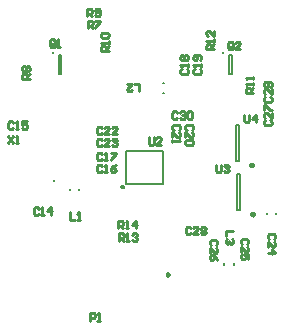
<source format=gto>
%FSTAX25Y25*%
%MOIN*%
%SFA1B1*%

%IPPOS*%
%ADD10C,0.004920*%
%ADD11C,0.009840*%
%ADD12C,0.007870*%
%ADD13C,0.003940*%
%ADD14C,0.010000*%
%ADD15C,0.005000*%
%LNdigit-1*%
%LPD*%
G54D10*
X0019341Y0054232D02*
D01*
X001934Y0054249*
X0019338Y0054266*
X0019335Y0054283*
X0019331Y0054299*
X0019326Y0054316*
X0019319Y0054332*
X0019312Y0054347*
X0019303Y0054362*
X0019294Y0054376*
X0019283Y005439*
X0019271Y0054402*
X0019259Y0054414*
X0019246Y0054425*
X0019232Y0054435*
X0019218Y0054445*
X0019202Y0054453*
X0019187Y005446*
X0019171Y0054465*
X0019154Y005447*
X0019137Y0054474*
X001912Y0054476*
X0019103Y0054477*
X0019086*
X0019069Y0054476*
X0019052Y0054474*
X0019035Y005447*
X0019018Y0054465*
X0019002Y005446*
X0018987Y0054453*
X0018972Y0054445*
X0018957Y0054435*
X0018943Y0054425*
X001893Y0054414*
X0018918Y0054402*
X0018906Y005439*
X0018895Y0054376*
X0018886Y0054362*
X0018877Y0054347*
X001887Y0054332*
X0018863Y0054316*
X0018858Y0054299*
X0018854Y0054283*
X0018851Y0054266*
X0018849Y0054249*
X0018849Y0054232*
X0018849Y0054214*
X0018851Y0054197*
X0018854Y005418*
X0018858Y0054164*
X0018863Y0054147*
X001887Y0054131*
X0018877Y0054116*
X0018886Y0054101*
X0018895Y0054087*
X0018906Y0054073*
X0018918Y0054061*
X001893Y0054049*
X0018943Y0054038*
X0018957Y0054028*
X0018972Y0054018*
X0018987Y005401*
X0019002Y0054003*
X0019018Y0053998*
X0019035Y0053993*
X0019052Y0053989*
X0019069Y0053987*
X0019086Y0053986*
X0019103*
X001912Y0053987*
X0019137Y0053989*
X0019154Y0053993*
X0019171Y0053998*
X0019187Y0054003*
X0019202Y005401*
X0019218Y0054018*
X0019232Y0054028*
X0019246Y0054038*
X0019259Y0054049*
X0019271Y0054061*
X0019283Y0054073*
X0019294Y0054087*
X0019303Y0054101*
X0019312Y0054116*
X0019319Y0054131*
X0019326Y0054147*
X0019331Y0054164*
X0019335Y005418*
X0019338Y0054197*
X001934Y0054214*
X0019341Y0054232*
G54D11*
X0085532Y0059449D02*
D01*
X008553Y0059483*
X0085527Y0059517*
X0085521Y0059551*
X0085512Y0059584*
X0085502Y0059617*
X0085489Y0059649*
X0085474Y0059679*
X0085457Y0059709*
X0085438Y0059738*
X0085416Y0059765*
X0085393Y005979*
X0085369Y0059814*
X0085342Y0059836*
X0085315Y0059856*
X0085286Y0059875*
X0085255Y0059891*
X0085224Y0059905*
X0085192Y0059916*
X0085159Y0059926*
X0085125Y0059933*
X0085091Y0059938*
X0085057Y005994*
X0085022*
X0084988Y0059938*
X0084954Y0059933*
X008492Y0059926*
X0084887Y0059916*
X0084855Y0059905*
X0084824Y0059891*
X0084794Y0059875*
X0084764Y0059856*
X0084737Y0059836*
X008471Y0059814*
X0084686Y005979*
X0084663Y0059765*
X0084641Y0059738*
X0084622Y0059709*
X0084605Y0059679*
X008459Y0059649*
X0084577Y0059617*
X0084567Y0059584*
X0084558Y0059551*
X0084552Y0059517*
X0084549Y0059483*
X0084548Y0059449*
X0084549Y0059414*
X0084552Y005938*
X0084558Y0059346*
X0084567Y0059313*
X0084577Y005928*
X008459Y0059248*
X0084605Y0059218*
X0084622Y0059188*
X0084641Y0059159*
X0084663Y0059132*
X0084686Y0059107*
X008471Y0059083*
X0084737Y0059061*
X0084764Y0059041*
X0084794Y0059022*
X0084824Y0059006*
X0084855Y0058992*
X0084887Y0058981*
X008492Y0058971*
X0084954Y0058964*
X0084988Y0058959*
X0085022Y0058957*
X0085057*
X0085091Y0058959*
X0085125Y0058964*
X0085159Y0058971*
X0085192Y0058981*
X0085224Y0058992*
X0085255Y0059006*
X0085286Y0059022*
X0085315Y0059041*
X0085342Y0059061*
X0085369Y0059083*
X0085393Y0059107*
X0085416Y0059132*
X0085438Y0059159*
X0085457Y0059188*
X0085474Y0059218*
X0085489Y0059248*
X0085502Y005928*
X0085512Y0059313*
X0085521Y0059346*
X0085527Y005938*
X008553Y0059414*
X0085532Y0059449*
X0085925Y004311D02*
D01*
X0085923Y0043144*
X008592Y0043178*
X0085914Y0043212*
X0085905Y0043245*
X0085895Y0043278*
X0085882Y004331*
X0085867Y004334*
X008585Y004337*
X0085831Y0043399*
X0085809Y0043426*
X0085786Y0043451*
X0085762Y0043475*
X0085735Y0043497*
X0085708Y0043517*
X0085679Y0043536*
X0085648Y0043552*
X0085617Y0043566*
X0085585Y0043577*
X0085552Y0043587*
X0085518Y0043594*
X0085484Y0043599*
X008545Y0043601*
X0085415*
X0085381Y0043599*
X0085347Y0043594*
X0085313Y0043587*
X008528Y0043577*
X0085248Y0043566*
X0085217Y0043552*
X0085187Y0043536*
X0085157Y0043517*
X008513Y0043497*
X0085103Y0043475*
X0085079Y0043451*
X0085056Y0043426*
X0085034Y0043399*
X0085015Y004337*
X0084998Y004334*
X0084983Y004331*
X008497Y0043278*
X008496Y0043245*
X0084951Y0043212*
X0084945Y0043178*
X0084942Y0043144*
X0084941Y004311*
X0084942Y0043075*
X0084945Y0043041*
X0084951Y0043007*
X008496Y0042974*
X008497Y0042941*
X0084983Y0042909*
X0084998Y0042879*
X0085015Y0042849*
X0085034Y004282*
X0085056Y0042793*
X0085079Y0042768*
X0085103Y0042744*
X008513Y0042722*
X0085157Y0042702*
X0085187Y0042683*
X0085217Y0042667*
X0085248Y0042653*
X008528Y0042642*
X0085313Y0042632*
X0085347Y0042625*
X0085381Y004262*
X0085415Y0042618*
X008545*
X0085484Y004262*
X0085518Y0042625*
X0085552Y0042632*
X0085585Y0042642*
X0085617Y0042653*
X0085648Y0042667*
X0085679Y0042683*
X0085708Y0042702*
X0085735Y0042722*
X0085762Y0042744*
X0085786Y0042768*
X0085809Y0042793*
X0085831Y004282*
X008585Y0042849*
X0085867Y0042879*
X0085882Y0042909*
X0085895Y0042941*
X0085905Y0042974*
X0085914Y0043007*
X008592Y0043041*
X0085923Y0043075*
X0085925Y004311*
G54D12*
X0042421Y0052165D02*
D01*
X004242Y0052192*
X0042417Y0052219*
X0042412Y0052246*
X0042405Y0052273*
X0042397Y0052299*
X0042386Y0052325*
X0042374Y0052349*
X0042361Y0052373*
X0042345Y0052396*
X0042328Y0052418*
X004231Y0052438*
X004229Y0052457*
X0042269Y0052475*
X0042247Y0052491*
X0042224Y0052506*
X0042199Y0052519*
X0042174Y005253*
X0042148Y0052539*
X0042122Y0052547*
X0042095Y0052553*
X0042068Y0052556*
X004204Y0052558*
X0042013*
X0041985Y0052556*
X0041958Y0052553*
X0041931Y0052547*
X0041905Y0052539*
X0041879Y005253*
X0041854Y0052519*
X004183Y0052506*
X0041806Y0052491*
X0041784Y0052475*
X0041763Y0052457*
X0041743Y0052438*
X0041725Y0052418*
X0041708Y0052396*
X0041692Y0052373*
X0041679Y0052349*
X0041667Y0052325*
X0041656Y0052299*
X0041648Y0052273*
X0041641Y0052246*
X0041636Y0052219*
X0041633Y0052192*
X0041633Y0052165*
X0041633Y0052137*
X0041636Y005211*
X0041641Y0052083*
X0041648Y0052056*
X0041656Y005203*
X0041667Y0052004*
X0041679Y005198*
X0041692Y0051956*
X0041708Y0051933*
X0041725Y0051911*
X0041743Y0051891*
X0041763Y0051872*
X0041784Y0051854*
X0041806Y0051838*
X004183Y0051823*
X0041854Y005181*
X0041879Y0051799*
X0041905Y005179*
X0041931Y0051782*
X0041958Y0051776*
X0041985Y0051773*
X0042013Y0051771*
X004204*
X0042068Y0051773*
X0042095Y0051776*
X0042122Y0051782*
X0042148Y005179*
X0042174Y0051799*
X0042199Y005181*
X0042224Y0051823*
X0042247Y0051838*
X0042269Y0051854*
X004229Y0051872*
X004231Y0051891*
X0042328Y0051911*
X0042345Y0051933*
X0042361Y0051956*
X0042374Y005198*
X0042386Y0052004*
X0042397Y005203*
X0042405Y0052056*
X0042412Y0052083*
X0042417Y005211*
X004242Y0052137*
X0042421Y0052165*
X0079134Y002628D02*
Y0026673D01*
X0075984Y002628D02*
Y0026673D01*
X0055413Y0086713D02*
X0055807D01*
X0055413Y0083563D02*
X0055807D01*
X0024508Y0051181D02*
Y0051575D01*
X0027657Y0051181D02*
Y0051575D01*
X0079724Y0060827D02*
X0080905D01*
X0079724Y0072638D02*
X0080905D01*
Y0060827D02*
Y0072638D01*
X0079724Y0060827D02*
Y0072638D01*
X0080118Y0044488D02*
X0081299D01*
X0080118Y0056299D02*
X0081299D01*
Y0044488D02*
Y0056299D01*
X0080118Y0044488D02*
Y0056299D01*
X0077543Y0096063D02*
X0078362D01*
X0077543Y0089764D02*
X0078362D01*
X0077543D02*
Y0096063D01*
X0078362Y0089764D02*
Y0096063D01*
X002085D02*
X0021669D01*
X002085Y0089764D02*
X0021669D01*
X002085D02*
Y0096063D01*
X0021669Y0089764D02*
Y0096063D01*
X0093307Y004311D02*
Y0043504D01*
X0090158Y004311D02*
Y0043504D01*
G54D13*
X0075492Y0097047D02*
D01*
X0075491Y009706*
X007549Y0097074*
X0075487Y0097087*
X0075484Y0097101*
X007548Y0097114*
X0075474Y0097127*
X0075468Y0097139*
X0075462Y0097151*
X0075454Y0097162*
X0075445Y0097173*
X0075436Y0097183*
X0075426Y0097193*
X0075416Y0097202*
X0075405Y009721*
X0075393Y0097217*
X0075381Y0097224*
X0075368Y0097229*
X0075355Y0097234*
X0075342Y0097238*
X0075329Y0097241*
X0075315Y0097242*
X0075301Y0097243*
X0075288*
X0075274Y0097242*
X007526Y0097241*
X0075247Y0097238*
X0075234Y0097234*
X0075221Y0097229*
X0075208Y0097224*
X0075196Y0097217*
X0075184Y009721*
X0075173Y0097202*
X0075163Y0097193*
X0075153Y0097183*
X0075144Y0097173*
X0075135Y0097162*
X0075127Y0097151*
X0075121Y0097139*
X0075115Y0097127*
X0075109Y0097114*
X0075105Y0097101*
X0075102Y0097087*
X0075099Y0097074*
X0075098Y009706*
X0075098Y0097047*
X0075098Y0097033*
X0075099Y0097019*
X0075102Y0097006*
X0075105Y0096992*
X0075109Y0096979*
X0075115Y0096966*
X0075121Y0096954*
X0075127Y0096942*
X0075135Y0096931*
X0075144Y009692*
X0075153Y009691*
X0075163Y00969*
X0075173Y0096891*
X0075184Y0096883*
X0075196Y0096876*
X0075208Y0096869*
X0075221Y0096864*
X0075234Y0096859*
X0075247Y0096855*
X007526Y0096852*
X0075274Y0096851*
X0075288Y009685*
X0075301*
X0075315Y0096851*
X0075329Y0096852*
X0075342Y0096855*
X0075355Y0096859*
X0075368Y0096864*
X0075381Y0096869*
X0075393Y0096876*
X0075405Y0096883*
X0075416Y0096891*
X0075426Y00969*
X0075436Y009691*
X0075445Y009692*
X0075454Y0096931*
X0075462Y0096942*
X0075468Y0096954*
X0075474Y0096966*
X007548Y0096979*
X0075484Y0096992*
X0075487Y0097006*
X007549Y0097019*
X0075491Y0097033*
X0075492Y0097047*
X0018799D02*
D01*
X0018798Y009706*
X0018797Y0097074*
X0018794Y0097087*
X0018791Y0097101*
X0018787Y0097114*
X0018781Y0097127*
X0018775Y0097139*
X0018769Y0097151*
X0018761Y0097162*
X0018752Y0097173*
X0018743Y0097183*
X0018733Y0097193*
X0018723Y0097202*
X0018712Y009721*
X00187Y0097217*
X0018688Y0097224*
X0018675Y0097229*
X0018662Y0097234*
X0018649Y0097238*
X0018636Y0097241*
X0018622Y0097242*
X0018608Y0097243*
X0018595*
X0018581Y0097242*
X0018567Y0097241*
X0018554Y0097238*
X0018541Y0097234*
X0018528Y0097229*
X0018515Y0097224*
X0018503Y0097217*
X0018491Y009721*
X001848Y0097202*
X001847Y0097193*
X001846Y0097183*
X0018451Y0097173*
X0018442Y0097162*
X0018434Y0097151*
X0018428Y0097139*
X0018422Y0097127*
X0018416Y0097114*
X0018412Y0097101*
X0018409Y0097087*
X0018406Y0097074*
X0018405Y009706*
X0018405Y0097047*
X0018405Y0097033*
X0018406Y0097019*
X0018409Y0097006*
X0018412Y0096992*
X0018416Y0096979*
X0018422Y0096966*
X0018428Y0096954*
X0018434Y0096942*
X0018442Y0096931*
X0018451Y009692*
X001846Y009691*
X001847Y00969*
X001848Y0096891*
X0018491Y0096883*
X0018503Y0096876*
X0018515Y0096869*
X0018528Y0096864*
X0018541Y0096859*
X0018554Y0096855*
X0018567Y0096852*
X0018581Y0096851*
X0018595Y009685*
X0018608*
X0018622Y0096851*
X0018636Y0096852*
X0018649Y0096855*
X0018662Y0096859*
X0018675Y0096864*
X0018688Y0096869*
X00187Y0096876*
X0018712Y0096883*
X0018723Y0096891*
X0018733Y00969*
X0018743Y009691*
X0018752Y009692*
X0018761Y0096931*
X0018769Y0096942*
X0018775Y0096954*
X0018781Y0096966*
X0018787Y0096979*
X0018791Y0096992*
X0018794Y0097006*
X0018797Y0097019*
X0018798Y0097033*
X0018799Y0097047*
G54D14*
X005748Y0022933D02*
D01*
X0057479Y002296*
X0057476Y0022987*
X0057471Y0023014*
X0057464Y0023041*
X0057456Y0023067*
X0057445Y0023093*
X0057433Y0023117*
X005742Y0023141*
X0057404Y0023164*
X0057387Y0023186*
X0057369Y0023206*
X0057349Y0023225*
X0057328Y0023243*
X0057306Y0023259*
X0057283Y0023274*
X0057258Y0023287*
X0057233Y0023298*
X0057207Y0023307*
X0057181Y0023315*
X0057154Y0023321*
X0057127Y0023324*
X0057099Y0023326*
X0057072*
X0057044Y0023324*
X0057017Y0023321*
X005699Y0023315*
X0056964Y0023307*
X0056938Y0023298*
X0056913Y0023287*
X0056889Y0023274*
X0056865Y0023259*
X0056843Y0023243*
X0056822Y0023225*
X0056802Y0023206*
X0056784Y0023186*
X0056767Y0023164*
X0056751Y0023141*
X0056738Y0023117*
X0056726Y0023093*
X0056715Y0023067*
X0056707Y0023041*
X00567Y0023014*
X0056695Y0022987*
X0056692Y002296*
X0056692Y0022933*
X0056692Y0022905*
X0056695Y0022878*
X00567Y0022851*
X0056707Y0022824*
X0056715Y0022798*
X0056726Y0022772*
X0056738Y0022748*
X0056751Y0022724*
X0056767Y0022701*
X0056784Y0022679*
X0056802Y0022659*
X0056822Y002264*
X0056843Y0022622*
X0056865Y0022606*
X0056889Y0022591*
X0056913Y0022578*
X0056938Y0022567*
X0056964Y0022558*
X005699Y002255*
X0057017Y0022544*
X0057044Y0022541*
X0057072Y0022539*
X0057099*
X0057127Y0022541*
X0057154Y0022544*
X0057181Y002255*
X0057207Y0022558*
X0057233Y0022567*
X0057258Y0022578*
X0057283Y0022591*
X0057306Y0022606*
X0057328Y0022622*
X0057349Y002264*
X0057369Y0022659*
X0057387Y0022679*
X0057404Y0022701*
X005742Y0022724*
X0057433Y0022748*
X0057445Y0022772*
X0057456Y0022798*
X0057464Y0022824*
X0057471Y0022851*
X0057476Y0022878*
X0057479Y0022905*
X005748Y0022933*
X0083458Y003298D02*
X0083875Y0033396D01*
Y0034229*
X0083458Y0034646*
X0081792*
X0081375Y0034229*
Y0033396*
X0081792Y003298*
X0081375Y003048D02*
Y0032146D01*
X0083042Y003048*
X0083458*
X0083875Y0030897*
Y003173*
X0083458Y0032146*
X0083875Y0027981D02*
Y0029647D01*
X0082625*
X0083042Y0028814*
Y0028398*
X0082625Y0027981*
X0081792*
X0081375Y0028398*
Y0029231*
X0081792Y0029647*
X0073244Y0032684D02*
X0073661Y0033101D01*
Y0033934*
X0073244Y003435*
X0071578*
X0071161Y0033934*
Y0033101*
X0071578Y0032684*
X0071161Y0030185D02*
Y0031851D01*
X0072828Y0030185*
X0073244*
X0073661Y0030602*
Y0031435*
X0073244Y0031851*
X0073661Y0027686D02*
X0073244Y0028519D01*
X0072411Y0029352*
X0071578*
X0071161Y0028936*
Y0028102*
X0071578Y0027686*
X0071995*
X0072411Y0028102*
Y0029352*
X0078877Y0037402D02*
X0076378D01*
Y0035735*
X0078461Y0034902D02*
X0078877Y0034486D01*
Y0033653*
X0078461Y0033236*
X0078044*
X0077627Y0033653*
Y0034069*
Y0033653*
X0077211Y0033236*
X0076794*
X0076378Y0033653*
Y0034486*
X0076794Y0034902*
X0047638Y0084017D02*
Y0086516D01*
X0045972*
X0043472D02*
X0045139D01*
X0043472Y008485*
Y0084433*
X0043889Y0084017*
X0044722*
X0045139Y0084433*
X0024508Y0043641D02*
Y0041142D01*
X0026174*
X0027007D02*
X002784D01*
X0027424*
Y0043641*
X0027007Y0043224*
X0031102Y0007579D02*
Y0010078D01*
X0032352*
X0032768Y0009661*
Y0008828*
X0032352Y0008412*
X0031102*
X0033601Y0007579D02*
X0034435D01*
X0034018*
Y0010078*
X0033601Y0009661*
X004065Y0038287D02*
Y0040787D01*
X0041899*
X0042316Y004037*
Y0039537*
X0041899Y0039121*
X004065*
X0041483D02*
X0042316Y0038287D01*
X0043149D02*
X0043982D01*
X0043565*
Y0040787*
X0043149Y004037*
X0046481Y0038287D02*
Y0040787D01*
X0045232Y0039537*
X0046898*
X0040748Y0034154D02*
Y0036653D01*
X0041998*
X0042414Y0036236*
Y0035403*
X0041998Y0034987*
X0040748*
X0041581D02*
X0042414Y0034154D01*
X0043247D02*
X004408D01*
X0043664*
Y0036653*
X0043247Y0036236*
X004533D02*
X0045746Y0036653D01*
X004658*
X0046996Y0036236*
Y003582*
X004658Y0035403*
X0046163*
X004658*
X0046996Y0034987*
Y003457*
X004658Y0034154*
X0045746*
X004533Y003457*
X0003937Y0069199D02*
X0005603Y00667D01*
Y0069199D02*
X0003937Y00667D01*
X0006436D02*
X0007269D01*
X0006853*
Y0069199*
X0006436Y0068783*
X0082677Y0076199D02*
Y0074116D01*
X0083094Y00737*
X0083927*
X0084343Y0074116*
Y0076199*
X0086426Y00737D02*
Y0076199D01*
X0085176Y007495*
X0086842*
X0073228Y0059586D02*
Y0057503D01*
X0073645Y0057087*
X0074478*
X0074894Y0057503*
Y0059586*
X0075728Y0059169D02*
X0076144Y0059586D01*
X0076977*
X0077394Y0059169*
Y0058753*
X0076977Y0058336*
X0076561*
X0076977*
X0077394Y005792*
Y0057503*
X0076977Y0057087*
X0076144*
X0075728Y0057503*
X0050689Y0068641D02*
Y0066558D01*
X0051105Y0066142*
X0051939*
X0052355Y0066558*
Y0068641*
X0054854Y0066142D02*
X0053188D01*
X0054854Y0067808*
Y0068224*
X0054438Y0068641*
X0053605*
X0053188Y0068224*
X0072441Y0098032D02*
X0069942D01*
Y0099281*
X0070358Y0099698*
X0071191*
X0071608Y0099281*
Y0098032*
Y0098865D02*
X0072441Y0099698D01*
Y0100531D02*
Y0101364D01*
Y0100947*
X0069942*
X0070358Y0100531*
X0072441Y0104279D02*
Y0102613D01*
X0070775Y0104279*
X0070358*
X0069942Y0103863*
Y010303*
X0070358Y0102613*
X0085532Y0083465D02*
X0083032D01*
Y0084714*
X0083449Y0085131*
X0084282*
X0084698Y0084714*
Y0083465*
Y0084298D02*
X0085532Y0085131D01*
Y0085964D02*
Y0086797D01*
Y008638*
X0083032*
X0083449Y0085964*
X0085532Y0088046D02*
Y008888D01*
Y0088463*
X0083032*
X0083449Y0088046*
X0037402Y00973D02*
X0034902D01*
Y009855*
X0035319Y0098966*
X0036152*
X0036568Y009855*
Y00973*
Y0098133D02*
X0037402Y0098966D01*
Y0099799D02*
Y0100632D01*
Y0100216*
X0034902*
X0035319Y0099799*
Y0101882D02*
X0034902Y0102298D01*
Y0103131*
X0035319Y0103548*
X0036985*
X0037402Y0103131*
Y0102298*
X0036985Y0101882*
X0035319*
X0030315Y0109055D02*
Y0111554D01*
X0031565*
X0031981Y0111138*
Y0110305*
X0031565Y0109888*
X0030315*
X0031148D02*
X0031981Y0109055D01*
X0032814Y0109472D02*
X0033231Y0109055D01*
X0034064*
X003448Y0109472*
Y0111138*
X0034064Y0111554*
X0033231*
X0032814Y0111138*
Y0110721*
X0033231Y0110305*
X003448*
X0011024Y0088189D02*
X0008524D01*
Y0089439*
X0008941Y0089855*
X0009774*
X0010191Y0089439*
Y0088189*
Y0089022D02*
X0011024Y0089855D01*
X0008941Y0090688D02*
X0008524Y0091105D01*
Y0091938*
X0008941Y0092354*
X0009358*
X0009774Y0091938*
X0010191Y0092354*
X0010607*
X0011024Y0091938*
Y0091105*
X0010607Y0090688*
X0010191*
X0009774Y0091105*
X0009358Y0090688*
X0008941*
X0009774Y0091105D02*
Y0091938D01*
X00304Y0105118D02*
Y0107617D01*
X003165*
X0032066Y0107201*
Y0106368*
X003165Y0105951*
X00304*
X0031233D02*
X0032066Y0105118D01*
X0032899Y0107617D02*
X0034565D01*
Y0107201*
X0032899Y0105535*
Y0105118*
X0078831Y0098448D02*
Y0100114D01*
X0078415Y0100531*
X0077582*
X0077165Y0100114*
Y0098448*
X0077582Y0098032*
X0078415*
X0077998Y0098865D02*
X0078831Y0098032D01*
X0078415D02*
X0078831Y0098448D01*
X0081331Y0098032D02*
X0079664D01*
X0081331Y0099698*
Y0100114*
X0080914Y0100531*
X0080081*
X0079664Y0100114*
X0019383Y0099235D02*
Y0100902D01*
X0018966Y0101318*
X0018133*
X0017717Y0100902*
Y0099235*
X0018133Y0098819*
X0018966*
X001855Y0099652D02*
X0019383Y0098819D01*
X0018966D02*
X0019383Y0099235D01*
X0020216Y0098819D02*
X0021049D01*
X0020632*
Y0101318*
X0020216Y0100902*
X0060328Y0076886D02*
X0059911Y0077302D01*
X0059078*
X0058661Y0076886*
Y007522*
X0059078Y0074803*
X0059911*
X0060328Y007522*
X0061161Y0076886D02*
X0061577Y0077302D01*
X006241*
X0062827Y0076886*
Y0076469*
X006241Y0076053*
X0061994*
X006241*
X0062827Y0075636*
Y007522*
X006241Y0074803*
X0061577*
X0061161Y007522*
X006366Y0076886D02*
X0064076Y0077302D01*
X0064909*
X0065326Y0076886*
Y007522*
X0064909Y0074803*
X0064076*
X006366Y007522*
Y0076886*
X008965Y0082178D02*
X0089233Y0081761D01*
Y0080928*
X008965Y0080512*
X0091316*
X0091732Y0080928*
Y0081761*
X0091316Y0082178*
X0091732Y0084677D02*
Y0083011D01*
X0090066Y0084677*
X008965*
X0089233Y0084261*
Y0083428*
X008965Y0083011*
X0091316Y008551D02*
X0091732Y0085927D01*
Y008676*
X0091316Y0087176*
X008965*
X0089233Y008676*
Y0085927*
X008965Y008551*
X0090066*
X0090483Y0085927*
Y0087176*
X0064757Y0038402D02*
X006434Y0038818D01*
X0063507*
X006309Y0038402*
Y0036735*
X0063507Y0036319*
X006434*
X0064757Y0036735*
X0067256Y0036319D02*
X006559D01*
X0067256Y0037985*
Y0038402*
X0066839Y0038818*
X0066006*
X006559Y0038402*
X0068089D02*
X0068506Y0038818D01*
X0069339*
X0069755Y0038402*
Y0037985*
X0069339Y0037569*
X0069755Y0037152*
Y0036735*
X0069339Y0036319*
X0068506*
X0068089Y0036735*
Y0037152*
X0068506Y0037569*
X0068089Y0037985*
Y0038402*
X0068506Y0037569D02*
X0069339D01*
X008965Y0074304D02*
X0089233Y0073887D01*
Y0073054*
X008965Y0072638*
X0091316*
X0091732Y0073054*
Y0073887*
X0091316Y0074304*
X0091732Y0076803D02*
Y0075137D01*
X0090066Y0076803*
X008965*
X0089233Y0076387*
Y0075554*
X008965Y0075137*
X0089233Y0077636D02*
Y0079302D01*
X008965*
X0091316Y0077636*
X0091732*
X0092535Y0034751D02*
X0092952Y0035168D01*
Y0036001*
X0092535Y0036417*
X0090869*
X0090453Y0036001*
Y0035168*
X0090869Y0034751*
X0090453Y0032252D02*
Y0033918D01*
X0092119Y0032252*
X0092535*
X0092952Y0032669*
Y0033502*
X0092535Y0033918*
X0090453Y0030169D02*
X0092952D01*
X0091702Y0031419*
Y0029753*
X0035131Y0067831D02*
X0034714Y0068247D01*
X0033881*
X0033465Y0067831*
Y0066165*
X0033881Y0065748*
X0034714*
X0035131Y0066165*
X003763Y0065748D02*
X0035964D01*
X003763Y0067414*
Y0067831*
X0037213Y0068247*
X003638*
X0035964Y0067831*
X0038463D02*
X0038879Y0068247D01*
X0039713*
X0040129Y0067831*
Y0067414*
X0039713Y0066998*
X0039296*
X0039713*
X0040129Y0066581*
Y0066165*
X0039713Y0065748*
X0038879*
X0038463Y0066165*
X0035131Y0071783D02*
X0034714Y0072199D01*
X0033881*
X0033465Y0071783*
Y0070117*
X0033881Y00697*
X0034714*
X0035131Y0070117*
X003763Y00697D02*
X0035964D01*
X003763Y0071366*
Y0071783*
X0037213Y0072199*
X003638*
X0035964Y0071783*
X0040129Y00697D02*
X0038463D01*
X0040129Y0071366*
Y0071783*
X0039713Y0072199*
X0038879*
X0038463Y0071783*
X0060744Y0071169D02*
X0061161Y0071585D01*
Y0072418*
X0060744Y0072835*
X0059078*
X0058661Y0072418*
Y0071585*
X0059078Y0071169*
X0058661Y0068669D02*
Y0070336D01*
X0060328Y0068669*
X0060744*
X0061161Y0069086*
Y0069919*
X0060744Y0070336*
X0058661Y0067836D02*
Y0067003D01*
Y006742*
X0061161*
X0060744Y0067836*
X0065075Y0071169D02*
X0065491Y0071585D01*
Y0072418*
X0065075Y0072835*
X0063409*
X0062992Y0072418*
Y0071585*
X0063409Y0071169*
X0062992Y0068669D02*
Y0070336D01*
X0064658Y0068669*
X0065075*
X0065491Y0069086*
Y0069919*
X0065075Y0070336*
Y0067836D02*
X0065491Y006742D01*
Y0066587*
X0065075Y006617*
X0063409*
X0062992Y0066587*
Y006742*
X0063409Y0067836*
X0065075*
X0066028Y009143D02*
X0065611Y0091013D01*
Y009018*
X0066028Y0089764*
X0067694*
X006811Y009018*
Y0091013*
X0067694Y009143*
X006811Y0092263D02*
Y0093096D01*
Y009268*
X0065611*
X0066028Y0092263*
X0067694Y0094346D02*
X006811Y0094762D01*
Y0095595*
X0067694Y0096012*
X0066028*
X0065611Y0095595*
Y0094762*
X0066028Y0094346*
X0066444*
X0066861Y0094762*
Y0096012*
X0061697Y009143D02*
X006128Y0091013D01*
Y009018*
X0061697Y0089764*
X0063363*
X0063779Y009018*
Y0091013*
X0063363Y009143*
X0063779Y0092263D02*
Y0093096D01*
Y009268*
X006128*
X0061697Y0092263*
Y0094346D02*
X006128Y0094762D01*
Y0095595*
X0061697Y0096012*
X0062113*
X006253Y0095595*
X0062946Y0096012*
X0063363*
X0063779Y0095595*
Y0094762*
X0063363Y0094346*
X0062946*
X006253Y0094762*
X0062113Y0094346*
X0061697*
X006253Y0094762D02*
Y0095595D01*
X0035131Y0063106D02*
X0034714Y0063523D01*
X0033881*
X0033465Y0063106*
Y006144*
X0033881Y0061024*
X0034714*
X0035131Y006144*
X0035964Y0061024D02*
X0036797D01*
X003638*
Y0063523*
X0035964Y0063106*
X0038046Y0063523D02*
X0039713D01*
Y0063106*
X0038046Y006144*
Y0061024*
X0035131Y0059169D02*
X0034714Y0059586D01*
X0033881*
X0033465Y0059169*
Y0057503*
X0033881Y0057087*
X0034714*
X0035131Y0057503*
X0035964Y0057087D02*
X0036797D01*
X003638*
Y0059586*
X0035964Y0059169*
X0039713Y0059586D02*
X0038879Y0059169D01*
X0038046Y0058336*
Y0057503*
X0038463Y0057087*
X0039296*
X0039713Y0057503*
Y005792*
X0039296Y0058336*
X0038046*
X0005603Y0073583D02*
X0005187Y0073999D01*
X0004354*
X0003937Y0073583*
Y0071917*
X0004354Y00715*
X0005187*
X0005603Y0071917*
X0006436Y00715D02*
X0007269D01*
X0006853*
Y0073999*
X0006436Y0073583*
X0010185Y0073999D02*
X0008519D01*
Y007275*
X0009352Y0073166*
X0009769*
X0010185Y007275*
Y0071917*
X0009769Y00715*
X0008935*
X0008519Y0071917*
X0014068Y0044898D02*
X0013651Y0045314D01*
X0012818*
X0012402Y0044898*
Y0043231*
X0012818Y0042815*
X0013651*
X0014068Y0043231*
X0014901Y0042815D02*
X0015734D01*
X0015317*
Y0045314*
X0014901Y0044898*
X0018233Y0042815D02*
Y0045314D01*
X0016983Y0044065*
X001865*
G54D15*
X0043012Y005315D02*
X0055512D01*
Y0064272*
X0043012D02*
X0055512D01*
X0043012Y005315D02*
Y0064272D01*
M02*
</source>
